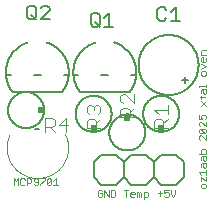
<source format=gto>
G75*
%MOIN*%
%OFA0B0*%
%FSLAX25Y25*%
%IPPOS*%
%LPD*%
%AMOC8*
5,1,8,0,0,1.08239X$1,22.5*
%
%ADD10C,0.00200*%
%ADD11C,0.00600*%
%ADD12R,0.02400X0.02300*%
%ADD13C,0.00400*%
%ADD14R,0.02300X0.02400*%
%ADD15C,0.00000*%
%ADD16C,0.00500*%
D10*
X0006431Y0008000D02*
X0006431Y0010202D01*
X0007165Y0009468D01*
X0007899Y0010202D01*
X0007899Y0008000D01*
X0008641Y0008367D02*
X0009008Y0008000D01*
X0009742Y0008000D01*
X0010109Y0008367D01*
X0010851Y0008734D02*
X0011951Y0008734D01*
X0012318Y0009101D01*
X0012318Y0009835D01*
X0011951Y0010202D01*
X0010851Y0010202D01*
X0010851Y0008000D01*
X0010109Y0009835D02*
X0009742Y0010202D01*
X0009008Y0010202D01*
X0008641Y0009835D01*
X0008641Y0008367D01*
X0013060Y0008367D02*
X0013427Y0008000D01*
X0014161Y0008000D01*
X0014528Y0008367D01*
X0014528Y0009835D01*
X0014161Y0010202D01*
X0013427Y0010202D01*
X0013060Y0009835D01*
X0013060Y0009468D01*
X0013427Y0009101D01*
X0014528Y0009101D01*
X0015270Y0008367D02*
X0015270Y0008000D01*
X0015270Y0008367D02*
X0016738Y0009835D01*
X0016738Y0010202D01*
X0015270Y0010202D01*
X0017480Y0009835D02*
X0017480Y0008367D01*
X0018948Y0009835D01*
X0018948Y0008367D01*
X0018581Y0008000D01*
X0017847Y0008000D01*
X0017480Y0008367D01*
X0017480Y0009835D02*
X0017847Y0010202D01*
X0018581Y0010202D01*
X0018948Y0009835D01*
X0019690Y0009468D02*
X0020424Y0010202D01*
X0020424Y0008000D01*
X0019690Y0008000D02*
X0021158Y0008000D01*
X0034400Y0005985D02*
X0034400Y0004517D01*
X0034767Y0004150D01*
X0035501Y0004150D01*
X0035868Y0004517D01*
X0035868Y0005251D01*
X0035134Y0005251D01*
X0035868Y0005985D02*
X0035501Y0006352D01*
X0034767Y0006352D01*
X0034400Y0005985D01*
X0036610Y0006352D02*
X0036610Y0004150D01*
X0038078Y0004150D02*
X0038078Y0006352D01*
X0038820Y0006352D02*
X0039921Y0006352D01*
X0040288Y0005985D01*
X0040288Y0004517D01*
X0039921Y0004150D01*
X0038820Y0004150D01*
X0038820Y0006352D01*
X0036610Y0006352D02*
X0038078Y0004150D01*
X0043150Y0006352D02*
X0044618Y0006352D01*
X0043884Y0006352D02*
X0043884Y0004150D01*
X0045360Y0004517D02*
X0045360Y0005251D01*
X0045727Y0005618D01*
X0046461Y0005618D01*
X0046828Y0005251D01*
X0046828Y0004884D01*
X0045360Y0004884D01*
X0045360Y0004517D02*
X0045727Y0004150D01*
X0046461Y0004150D01*
X0047570Y0004150D02*
X0047570Y0005618D01*
X0047937Y0005618D01*
X0048304Y0005251D01*
X0048671Y0005618D01*
X0049038Y0005251D01*
X0049038Y0004150D01*
X0048304Y0004150D02*
X0048304Y0005251D01*
X0049780Y0005618D02*
X0050881Y0005618D01*
X0051248Y0005251D01*
X0051248Y0004517D01*
X0050881Y0004150D01*
X0049780Y0004150D01*
X0049780Y0003416D02*
X0049780Y0005618D01*
X0054400Y0005251D02*
X0055868Y0005251D01*
X0056610Y0005251D02*
X0056610Y0006352D01*
X0058078Y0006352D01*
X0058820Y0006352D02*
X0058820Y0004884D01*
X0059554Y0004150D01*
X0060288Y0004884D01*
X0060288Y0006352D01*
X0058078Y0005251D02*
X0058078Y0004517D01*
X0057711Y0004150D01*
X0056977Y0004150D01*
X0056610Y0004517D01*
X0056610Y0005251D02*
X0057344Y0005618D01*
X0057711Y0005618D01*
X0058078Y0005251D01*
X0055134Y0005985D02*
X0055134Y0004517D01*
X0068148Y0012271D02*
X0070450Y0012271D01*
X0070450Y0011504D02*
X0070450Y0013039D01*
X0070066Y0013806D02*
X0069683Y0014190D01*
X0069683Y0015341D01*
X0069299Y0015341D02*
X0070450Y0015341D01*
X0070450Y0014190D01*
X0070066Y0013806D01*
X0068915Y0014190D02*
X0068915Y0014957D01*
X0069299Y0015341D01*
X0070066Y0016108D02*
X0069683Y0016491D01*
X0069683Y0017642D01*
X0069299Y0017642D02*
X0070450Y0017642D01*
X0070450Y0016491D01*
X0070066Y0016108D01*
X0068915Y0016491D02*
X0068915Y0017259D01*
X0069299Y0017642D01*
X0068915Y0018410D02*
X0068915Y0019561D01*
X0069299Y0019944D01*
X0070066Y0019944D01*
X0070450Y0019561D01*
X0070450Y0018410D01*
X0068148Y0018410D01*
X0068532Y0023014D02*
X0068148Y0023397D01*
X0068148Y0024165D01*
X0068532Y0024548D01*
X0068915Y0024548D01*
X0070450Y0023014D01*
X0070450Y0024548D01*
X0070066Y0025316D02*
X0068532Y0026850D01*
X0070066Y0026850D01*
X0070450Y0026467D01*
X0070450Y0025699D01*
X0070066Y0025316D01*
X0068532Y0025316D01*
X0068148Y0025699D01*
X0068148Y0026467D01*
X0068532Y0026850D01*
X0068532Y0027618D02*
X0068148Y0028001D01*
X0068148Y0028769D01*
X0068532Y0029152D01*
X0068915Y0029152D01*
X0070450Y0027618D01*
X0070450Y0029152D01*
X0070066Y0029920D02*
X0070450Y0030303D01*
X0070450Y0031071D01*
X0070066Y0031454D01*
X0069299Y0031454D01*
X0068915Y0031071D01*
X0068915Y0030687D01*
X0069299Y0029920D01*
X0068148Y0029920D01*
X0068148Y0031454D01*
X0068915Y0034523D02*
X0070450Y0036058D01*
X0070066Y0037209D02*
X0070450Y0037593D01*
X0070066Y0037209D02*
X0068532Y0037209D01*
X0068915Y0036825D02*
X0068915Y0037593D01*
X0068915Y0038744D02*
X0068915Y0039511D01*
X0069299Y0039895D01*
X0070450Y0039895D01*
X0070450Y0038744D01*
X0070066Y0038360D01*
X0069683Y0038744D01*
X0069683Y0039895D01*
X0070450Y0040662D02*
X0070450Y0041429D01*
X0070450Y0041046D02*
X0068148Y0041046D01*
X0068148Y0040662D01*
X0069299Y0044499D02*
X0070066Y0044499D01*
X0070450Y0044882D01*
X0070450Y0045650D01*
X0070066Y0046033D01*
X0069299Y0046033D01*
X0068915Y0045650D01*
X0068915Y0044882D01*
X0069299Y0044499D01*
X0068915Y0046801D02*
X0070450Y0047568D01*
X0068915Y0048335D01*
X0069299Y0049103D02*
X0068915Y0049486D01*
X0068915Y0050253D01*
X0069299Y0050637D01*
X0069683Y0050637D01*
X0069683Y0049103D01*
X0070066Y0049103D02*
X0069299Y0049103D01*
X0070066Y0049103D02*
X0070450Y0049486D01*
X0070450Y0050253D01*
X0070450Y0051404D02*
X0068915Y0051404D01*
X0068915Y0052555D01*
X0069299Y0052939D01*
X0070450Y0052939D01*
X0068915Y0036058D02*
X0070450Y0034523D01*
X0068148Y0012271D02*
X0068915Y0011504D01*
X0068915Y0010737D02*
X0070450Y0009202D01*
X0070450Y0010737D01*
X0068915Y0010737D02*
X0068915Y0009202D01*
X0069299Y0008435D02*
X0068915Y0008051D01*
X0068915Y0007284D01*
X0069299Y0006900D01*
X0070066Y0006900D01*
X0070450Y0007284D01*
X0070450Y0008051D01*
X0070066Y0008435D01*
X0069299Y0008435D01*
D11*
X0063050Y0010550D02*
X0060550Y0008050D01*
X0055550Y0008050D01*
X0053050Y0010550D01*
X0050550Y0008050D01*
X0045550Y0008050D01*
X0043050Y0010550D01*
X0040550Y0008050D01*
X0035550Y0008050D01*
X0033050Y0010550D01*
X0033050Y0015550D01*
X0035550Y0018050D01*
X0040550Y0018050D01*
X0043050Y0015550D01*
X0045550Y0018050D01*
X0050550Y0018050D01*
X0053050Y0015550D01*
X0055550Y0018050D01*
X0060550Y0018050D01*
X0063050Y0015550D01*
X0063050Y0010550D01*
X0053050Y0010550D02*
X0053050Y0015550D01*
X0043050Y0015550D02*
X0043050Y0010550D01*
X0038300Y0025550D02*
X0038302Y0025704D01*
X0038308Y0025859D01*
X0038318Y0026013D01*
X0038332Y0026167D01*
X0038350Y0026320D01*
X0038371Y0026473D01*
X0038397Y0026626D01*
X0038427Y0026777D01*
X0038460Y0026928D01*
X0038498Y0027078D01*
X0038539Y0027227D01*
X0038584Y0027375D01*
X0038633Y0027521D01*
X0038686Y0027667D01*
X0038742Y0027810D01*
X0038802Y0027953D01*
X0038866Y0028093D01*
X0038933Y0028233D01*
X0039004Y0028370D01*
X0039078Y0028505D01*
X0039156Y0028639D01*
X0039237Y0028770D01*
X0039322Y0028899D01*
X0039410Y0029027D01*
X0039501Y0029151D01*
X0039595Y0029274D01*
X0039693Y0029394D01*
X0039793Y0029511D01*
X0039897Y0029626D01*
X0040003Y0029738D01*
X0040112Y0029847D01*
X0040224Y0029953D01*
X0040339Y0030057D01*
X0040456Y0030157D01*
X0040576Y0030255D01*
X0040699Y0030349D01*
X0040823Y0030440D01*
X0040951Y0030528D01*
X0041080Y0030613D01*
X0041211Y0030694D01*
X0041345Y0030772D01*
X0041480Y0030846D01*
X0041617Y0030917D01*
X0041757Y0030984D01*
X0041897Y0031048D01*
X0042040Y0031108D01*
X0042183Y0031164D01*
X0042329Y0031217D01*
X0042475Y0031266D01*
X0042623Y0031311D01*
X0042772Y0031352D01*
X0042922Y0031390D01*
X0043073Y0031423D01*
X0043224Y0031453D01*
X0043377Y0031479D01*
X0043530Y0031500D01*
X0043683Y0031518D01*
X0043837Y0031532D01*
X0043991Y0031542D01*
X0044146Y0031548D01*
X0044300Y0031550D01*
X0044454Y0031548D01*
X0044609Y0031542D01*
X0044763Y0031532D01*
X0044917Y0031518D01*
X0045070Y0031500D01*
X0045223Y0031479D01*
X0045376Y0031453D01*
X0045527Y0031423D01*
X0045678Y0031390D01*
X0045828Y0031352D01*
X0045977Y0031311D01*
X0046125Y0031266D01*
X0046271Y0031217D01*
X0046417Y0031164D01*
X0046560Y0031108D01*
X0046703Y0031048D01*
X0046843Y0030984D01*
X0046983Y0030917D01*
X0047120Y0030846D01*
X0047255Y0030772D01*
X0047389Y0030694D01*
X0047520Y0030613D01*
X0047649Y0030528D01*
X0047777Y0030440D01*
X0047901Y0030349D01*
X0048024Y0030255D01*
X0048144Y0030157D01*
X0048261Y0030057D01*
X0048376Y0029953D01*
X0048488Y0029847D01*
X0048597Y0029738D01*
X0048703Y0029626D01*
X0048807Y0029511D01*
X0048907Y0029394D01*
X0049005Y0029274D01*
X0049099Y0029151D01*
X0049190Y0029027D01*
X0049278Y0028899D01*
X0049363Y0028770D01*
X0049444Y0028639D01*
X0049522Y0028505D01*
X0049596Y0028370D01*
X0049667Y0028233D01*
X0049734Y0028093D01*
X0049798Y0027953D01*
X0049858Y0027810D01*
X0049914Y0027667D01*
X0049967Y0027521D01*
X0050016Y0027375D01*
X0050061Y0027227D01*
X0050102Y0027078D01*
X0050140Y0026928D01*
X0050173Y0026777D01*
X0050203Y0026626D01*
X0050229Y0026473D01*
X0050250Y0026320D01*
X0050268Y0026167D01*
X0050282Y0026013D01*
X0050292Y0025859D01*
X0050298Y0025704D01*
X0050300Y0025550D01*
X0050298Y0025396D01*
X0050292Y0025241D01*
X0050282Y0025087D01*
X0050268Y0024933D01*
X0050250Y0024780D01*
X0050229Y0024627D01*
X0050203Y0024474D01*
X0050173Y0024323D01*
X0050140Y0024172D01*
X0050102Y0024022D01*
X0050061Y0023873D01*
X0050016Y0023725D01*
X0049967Y0023579D01*
X0049914Y0023433D01*
X0049858Y0023290D01*
X0049798Y0023147D01*
X0049734Y0023007D01*
X0049667Y0022867D01*
X0049596Y0022730D01*
X0049522Y0022595D01*
X0049444Y0022461D01*
X0049363Y0022330D01*
X0049278Y0022201D01*
X0049190Y0022073D01*
X0049099Y0021949D01*
X0049005Y0021826D01*
X0048907Y0021706D01*
X0048807Y0021589D01*
X0048703Y0021474D01*
X0048597Y0021362D01*
X0048488Y0021253D01*
X0048376Y0021147D01*
X0048261Y0021043D01*
X0048144Y0020943D01*
X0048024Y0020845D01*
X0047901Y0020751D01*
X0047777Y0020660D01*
X0047649Y0020572D01*
X0047520Y0020487D01*
X0047389Y0020406D01*
X0047255Y0020328D01*
X0047120Y0020254D01*
X0046983Y0020183D01*
X0046843Y0020116D01*
X0046703Y0020052D01*
X0046560Y0019992D01*
X0046417Y0019936D01*
X0046271Y0019883D01*
X0046125Y0019834D01*
X0045977Y0019789D01*
X0045828Y0019748D01*
X0045678Y0019710D01*
X0045527Y0019677D01*
X0045376Y0019647D01*
X0045223Y0019621D01*
X0045070Y0019600D01*
X0044917Y0019582D01*
X0044763Y0019568D01*
X0044609Y0019558D01*
X0044454Y0019552D01*
X0044300Y0019550D01*
X0044146Y0019552D01*
X0043991Y0019558D01*
X0043837Y0019568D01*
X0043683Y0019582D01*
X0043530Y0019600D01*
X0043377Y0019621D01*
X0043224Y0019647D01*
X0043073Y0019677D01*
X0042922Y0019710D01*
X0042772Y0019748D01*
X0042623Y0019789D01*
X0042475Y0019834D01*
X0042329Y0019883D01*
X0042183Y0019936D01*
X0042040Y0019992D01*
X0041897Y0020052D01*
X0041757Y0020116D01*
X0041617Y0020183D01*
X0041480Y0020254D01*
X0041345Y0020328D01*
X0041211Y0020406D01*
X0041080Y0020487D01*
X0040951Y0020572D01*
X0040823Y0020660D01*
X0040699Y0020751D01*
X0040576Y0020845D01*
X0040456Y0020943D01*
X0040339Y0021043D01*
X0040224Y0021147D01*
X0040112Y0021253D01*
X0040003Y0021362D01*
X0039897Y0021474D01*
X0039793Y0021589D01*
X0039693Y0021706D01*
X0039595Y0021826D01*
X0039501Y0021949D01*
X0039410Y0022073D01*
X0039322Y0022201D01*
X0039237Y0022330D01*
X0039156Y0022461D01*
X0039078Y0022595D01*
X0039004Y0022730D01*
X0038933Y0022867D01*
X0038866Y0023007D01*
X0038802Y0023147D01*
X0038742Y0023290D01*
X0038686Y0023433D01*
X0038633Y0023579D01*
X0038584Y0023725D01*
X0038539Y0023873D01*
X0038498Y0024022D01*
X0038460Y0024172D01*
X0038427Y0024323D01*
X0038397Y0024474D01*
X0038371Y0024627D01*
X0038350Y0024780D01*
X0038332Y0024933D01*
X0038318Y0025087D01*
X0038308Y0025241D01*
X0038302Y0025396D01*
X0038300Y0025550D01*
X0027050Y0031800D02*
X0027052Y0031954D01*
X0027058Y0032109D01*
X0027068Y0032263D01*
X0027082Y0032417D01*
X0027100Y0032570D01*
X0027121Y0032723D01*
X0027147Y0032876D01*
X0027177Y0033027D01*
X0027210Y0033178D01*
X0027248Y0033328D01*
X0027289Y0033477D01*
X0027334Y0033625D01*
X0027383Y0033771D01*
X0027436Y0033917D01*
X0027492Y0034060D01*
X0027552Y0034203D01*
X0027616Y0034343D01*
X0027683Y0034483D01*
X0027754Y0034620D01*
X0027828Y0034755D01*
X0027906Y0034889D01*
X0027987Y0035020D01*
X0028072Y0035149D01*
X0028160Y0035277D01*
X0028251Y0035401D01*
X0028345Y0035524D01*
X0028443Y0035644D01*
X0028543Y0035761D01*
X0028647Y0035876D01*
X0028753Y0035988D01*
X0028862Y0036097D01*
X0028974Y0036203D01*
X0029089Y0036307D01*
X0029206Y0036407D01*
X0029326Y0036505D01*
X0029449Y0036599D01*
X0029573Y0036690D01*
X0029701Y0036778D01*
X0029830Y0036863D01*
X0029961Y0036944D01*
X0030095Y0037022D01*
X0030230Y0037096D01*
X0030367Y0037167D01*
X0030507Y0037234D01*
X0030647Y0037298D01*
X0030790Y0037358D01*
X0030933Y0037414D01*
X0031079Y0037467D01*
X0031225Y0037516D01*
X0031373Y0037561D01*
X0031522Y0037602D01*
X0031672Y0037640D01*
X0031823Y0037673D01*
X0031974Y0037703D01*
X0032127Y0037729D01*
X0032280Y0037750D01*
X0032433Y0037768D01*
X0032587Y0037782D01*
X0032741Y0037792D01*
X0032896Y0037798D01*
X0033050Y0037800D01*
X0033204Y0037798D01*
X0033359Y0037792D01*
X0033513Y0037782D01*
X0033667Y0037768D01*
X0033820Y0037750D01*
X0033973Y0037729D01*
X0034126Y0037703D01*
X0034277Y0037673D01*
X0034428Y0037640D01*
X0034578Y0037602D01*
X0034727Y0037561D01*
X0034875Y0037516D01*
X0035021Y0037467D01*
X0035167Y0037414D01*
X0035310Y0037358D01*
X0035453Y0037298D01*
X0035593Y0037234D01*
X0035733Y0037167D01*
X0035870Y0037096D01*
X0036005Y0037022D01*
X0036139Y0036944D01*
X0036270Y0036863D01*
X0036399Y0036778D01*
X0036527Y0036690D01*
X0036651Y0036599D01*
X0036774Y0036505D01*
X0036894Y0036407D01*
X0037011Y0036307D01*
X0037126Y0036203D01*
X0037238Y0036097D01*
X0037347Y0035988D01*
X0037453Y0035876D01*
X0037557Y0035761D01*
X0037657Y0035644D01*
X0037755Y0035524D01*
X0037849Y0035401D01*
X0037940Y0035277D01*
X0038028Y0035149D01*
X0038113Y0035020D01*
X0038194Y0034889D01*
X0038272Y0034755D01*
X0038346Y0034620D01*
X0038417Y0034483D01*
X0038484Y0034343D01*
X0038548Y0034203D01*
X0038608Y0034060D01*
X0038664Y0033917D01*
X0038717Y0033771D01*
X0038766Y0033625D01*
X0038811Y0033477D01*
X0038852Y0033328D01*
X0038890Y0033178D01*
X0038923Y0033027D01*
X0038953Y0032876D01*
X0038979Y0032723D01*
X0039000Y0032570D01*
X0039018Y0032417D01*
X0039032Y0032263D01*
X0039042Y0032109D01*
X0039048Y0031954D01*
X0039050Y0031800D01*
X0039048Y0031646D01*
X0039042Y0031491D01*
X0039032Y0031337D01*
X0039018Y0031183D01*
X0039000Y0031030D01*
X0038979Y0030877D01*
X0038953Y0030724D01*
X0038923Y0030573D01*
X0038890Y0030422D01*
X0038852Y0030272D01*
X0038811Y0030123D01*
X0038766Y0029975D01*
X0038717Y0029829D01*
X0038664Y0029683D01*
X0038608Y0029540D01*
X0038548Y0029397D01*
X0038484Y0029257D01*
X0038417Y0029117D01*
X0038346Y0028980D01*
X0038272Y0028845D01*
X0038194Y0028711D01*
X0038113Y0028580D01*
X0038028Y0028451D01*
X0037940Y0028323D01*
X0037849Y0028199D01*
X0037755Y0028076D01*
X0037657Y0027956D01*
X0037557Y0027839D01*
X0037453Y0027724D01*
X0037347Y0027612D01*
X0037238Y0027503D01*
X0037126Y0027397D01*
X0037011Y0027293D01*
X0036894Y0027193D01*
X0036774Y0027095D01*
X0036651Y0027001D01*
X0036527Y0026910D01*
X0036399Y0026822D01*
X0036270Y0026737D01*
X0036139Y0026656D01*
X0036005Y0026578D01*
X0035870Y0026504D01*
X0035733Y0026433D01*
X0035593Y0026366D01*
X0035453Y0026302D01*
X0035310Y0026242D01*
X0035167Y0026186D01*
X0035021Y0026133D01*
X0034875Y0026084D01*
X0034727Y0026039D01*
X0034578Y0025998D01*
X0034428Y0025960D01*
X0034277Y0025927D01*
X0034126Y0025897D01*
X0033973Y0025871D01*
X0033820Y0025850D01*
X0033667Y0025832D01*
X0033513Y0025818D01*
X0033359Y0025808D01*
X0033204Y0025802D01*
X0033050Y0025800D01*
X0032896Y0025802D01*
X0032741Y0025808D01*
X0032587Y0025818D01*
X0032433Y0025832D01*
X0032280Y0025850D01*
X0032127Y0025871D01*
X0031974Y0025897D01*
X0031823Y0025927D01*
X0031672Y0025960D01*
X0031522Y0025998D01*
X0031373Y0026039D01*
X0031225Y0026084D01*
X0031079Y0026133D01*
X0030933Y0026186D01*
X0030790Y0026242D01*
X0030647Y0026302D01*
X0030507Y0026366D01*
X0030367Y0026433D01*
X0030230Y0026504D01*
X0030095Y0026578D01*
X0029961Y0026656D01*
X0029830Y0026737D01*
X0029701Y0026822D01*
X0029573Y0026910D01*
X0029449Y0027001D01*
X0029326Y0027095D01*
X0029206Y0027193D01*
X0029089Y0027293D01*
X0028974Y0027397D01*
X0028862Y0027503D01*
X0028753Y0027612D01*
X0028647Y0027724D01*
X0028543Y0027839D01*
X0028443Y0027956D01*
X0028345Y0028076D01*
X0028251Y0028199D01*
X0028160Y0028323D01*
X0028072Y0028451D01*
X0027987Y0028580D01*
X0027906Y0028711D01*
X0027828Y0028845D01*
X0027754Y0028980D01*
X0027683Y0029117D01*
X0027616Y0029257D01*
X0027552Y0029397D01*
X0027492Y0029540D01*
X0027436Y0029683D01*
X0027383Y0029829D01*
X0027334Y0029975D01*
X0027289Y0030123D01*
X0027248Y0030272D01*
X0027210Y0030422D01*
X0027177Y0030573D01*
X0027147Y0030724D01*
X0027121Y0030877D01*
X0027100Y0031030D01*
X0027082Y0031183D01*
X0027068Y0031337D01*
X0027058Y0031491D01*
X0027052Y0031646D01*
X0027050Y0031800D01*
X0015000Y0026750D02*
X0013400Y0026750D01*
X0004550Y0033050D02*
X0004552Y0033204D01*
X0004558Y0033359D01*
X0004568Y0033513D01*
X0004582Y0033667D01*
X0004600Y0033820D01*
X0004621Y0033973D01*
X0004647Y0034126D01*
X0004677Y0034277D01*
X0004710Y0034428D01*
X0004748Y0034578D01*
X0004789Y0034727D01*
X0004834Y0034875D01*
X0004883Y0035021D01*
X0004936Y0035167D01*
X0004992Y0035310D01*
X0005052Y0035453D01*
X0005116Y0035593D01*
X0005183Y0035733D01*
X0005254Y0035870D01*
X0005328Y0036005D01*
X0005406Y0036139D01*
X0005487Y0036270D01*
X0005572Y0036399D01*
X0005660Y0036527D01*
X0005751Y0036651D01*
X0005845Y0036774D01*
X0005943Y0036894D01*
X0006043Y0037011D01*
X0006147Y0037126D01*
X0006253Y0037238D01*
X0006362Y0037347D01*
X0006474Y0037453D01*
X0006589Y0037557D01*
X0006706Y0037657D01*
X0006826Y0037755D01*
X0006949Y0037849D01*
X0007073Y0037940D01*
X0007201Y0038028D01*
X0007330Y0038113D01*
X0007461Y0038194D01*
X0007595Y0038272D01*
X0007730Y0038346D01*
X0007867Y0038417D01*
X0008007Y0038484D01*
X0008147Y0038548D01*
X0008290Y0038608D01*
X0008433Y0038664D01*
X0008579Y0038717D01*
X0008725Y0038766D01*
X0008873Y0038811D01*
X0009022Y0038852D01*
X0009172Y0038890D01*
X0009323Y0038923D01*
X0009474Y0038953D01*
X0009627Y0038979D01*
X0009780Y0039000D01*
X0009933Y0039018D01*
X0010087Y0039032D01*
X0010241Y0039042D01*
X0010396Y0039048D01*
X0010550Y0039050D01*
X0010704Y0039048D01*
X0010859Y0039042D01*
X0011013Y0039032D01*
X0011167Y0039018D01*
X0011320Y0039000D01*
X0011473Y0038979D01*
X0011626Y0038953D01*
X0011777Y0038923D01*
X0011928Y0038890D01*
X0012078Y0038852D01*
X0012227Y0038811D01*
X0012375Y0038766D01*
X0012521Y0038717D01*
X0012667Y0038664D01*
X0012810Y0038608D01*
X0012953Y0038548D01*
X0013093Y0038484D01*
X0013233Y0038417D01*
X0013370Y0038346D01*
X0013505Y0038272D01*
X0013639Y0038194D01*
X0013770Y0038113D01*
X0013899Y0038028D01*
X0014027Y0037940D01*
X0014151Y0037849D01*
X0014274Y0037755D01*
X0014394Y0037657D01*
X0014511Y0037557D01*
X0014626Y0037453D01*
X0014738Y0037347D01*
X0014847Y0037238D01*
X0014953Y0037126D01*
X0015057Y0037011D01*
X0015157Y0036894D01*
X0015255Y0036774D01*
X0015349Y0036651D01*
X0015440Y0036527D01*
X0015528Y0036399D01*
X0015613Y0036270D01*
X0015694Y0036139D01*
X0015772Y0036005D01*
X0015846Y0035870D01*
X0015917Y0035733D01*
X0015984Y0035593D01*
X0016048Y0035453D01*
X0016108Y0035310D01*
X0016164Y0035167D01*
X0016217Y0035021D01*
X0016266Y0034875D01*
X0016311Y0034727D01*
X0016352Y0034578D01*
X0016390Y0034428D01*
X0016423Y0034277D01*
X0016453Y0034126D01*
X0016479Y0033973D01*
X0016500Y0033820D01*
X0016518Y0033667D01*
X0016532Y0033513D01*
X0016542Y0033359D01*
X0016548Y0033204D01*
X0016550Y0033050D01*
X0016548Y0032896D01*
X0016542Y0032741D01*
X0016532Y0032587D01*
X0016518Y0032433D01*
X0016500Y0032280D01*
X0016479Y0032127D01*
X0016453Y0031974D01*
X0016423Y0031823D01*
X0016390Y0031672D01*
X0016352Y0031522D01*
X0016311Y0031373D01*
X0016266Y0031225D01*
X0016217Y0031079D01*
X0016164Y0030933D01*
X0016108Y0030790D01*
X0016048Y0030647D01*
X0015984Y0030507D01*
X0015917Y0030367D01*
X0015846Y0030230D01*
X0015772Y0030095D01*
X0015694Y0029961D01*
X0015613Y0029830D01*
X0015528Y0029701D01*
X0015440Y0029573D01*
X0015349Y0029449D01*
X0015255Y0029326D01*
X0015157Y0029206D01*
X0015057Y0029089D01*
X0014953Y0028974D01*
X0014847Y0028862D01*
X0014738Y0028753D01*
X0014626Y0028647D01*
X0014511Y0028543D01*
X0014394Y0028443D01*
X0014274Y0028345D01*
X0014151Y0028251D01*
X0014027Y0028160D01*
X0013899Y0028072D01*
X0013770Y0027987D01*
X0013639Y0027906D01*
X0013505Y0027828D01*
X0013370Y0027754D01*
X0013233Y0027683D01*
X0013093Y0027616D01*
X0012953Y0027552D01*
X0012810Y0027492D01*
X0012667Y0027436D01*
X0012521Y0027383D01*
X0012375Y0027334D01*
X0012227Y0027289D01*
X0012078Y0027248D01*
X0011928Y0027210D01*
X0011777Y0027177D01*
X0011626Y0027147D01*
X0011473Y0027121D01*
X0011320Y0027100D01*
X0011167Y0027082D01*
X0011013Y0027068D01*
X0010859Y0027058D01*
X0010704Y0027052D01*
X0010550Y0027050D01*
X0010396Y0027052D01*
X0010241Y0027058D01*
X0010087Y0027068D01*
X0009933Y0027082D01*
X0009780Y0027100D01*
X0009627Y0027121D01*
X0009474Y0027147D01*
X0009323Y0027177D01*
X0009172Y0027210D01*
X0009022Y0027248D01*
X0008873Y0027289D01*
X0008725Y0027334D01*
X0008579Y0027383D01*
X0008433Y0027436D01*
X0008290Y0027492D01*
X0008147Y0027552D01*
X0008007Y0027616D01*
X0007867Y0027683D01*
X0007730Y0027754D01*
X0007595Y0027828D01*
X0007461Y0027906D01*
X0007330Y0027987D01*
X0007201Y0028072D01*
X0007073Y0028160D01*
X0006949Y0028251D01*
X0006826Y0028345D01*
X0006706Y0028443D01*
X0006589Y0028543D01*
X0006474Y0028647D01*
X0006362Y0028753D01*
X0006253Y0028862D01*
X0006147Y0028974D01*
X0006043Y0029089D01*
X0005943Y0029206D01*
X0005845Y0029326D01*
X0005751Y0029449D01*
X0005660Y0029573D01*
X0005572Y0029701D01*
X0005487Y0029830D01*
X0005406Y0029961D01*
X0005328Y0030095D01*
X0005254Y0030230D01*
X0005183Y0030367D01*
X0005116Y0030507D01*
X0005052Y0030647D01*
X0004992Y0030790D01*
X0004936Y0030933D01*
X0004883Y0031079D01*
X0004834Y0031225D01*
X0004789Y0031373D01*
X0004748Y0031522D01*
X0004710Y0031672D01*
X0004677Y0031823D01*
X0004647Y0031974D01*
X0004621Y0032127D01*
X0004600Y0032280D01*
X0004582Y0032433D01*
X0004568Y0032587D01*
X0004558Y0032741D01*
X0004552Y0032896D01*
X0004550Y0033050D01*
X0054350Y0063584D02*
X0055084Y0062850D01*
X0056552Y0062850D01*
X0057286Y0063584D01*
X0058954Y0062850D02*
X0061890Y0062850D01*
X0060422Y0062850D02*
X0060422Y0067254D01*
X0058954Y0065786D01*
X0057286Y0066520D02*
X0056552Y0067254D01*
X0055084Y0067254D01*
X0054350Y0066520D01*
X0054350Y0063584D01*
X0049550Y0031800D02*
X0049552Y0031954D01*
X0049558Y0032109D01*
X0049568Y0032263D01*
X0049582Y0032417D01*
X0049600Y0032570D01*
X0049621Y0032723D01*
X0049647Y0032876D01*
X0049677Y0033027D01*
X0049710Y0033178D01*
X0049748Y0033328D01*
X0049789Y0033477D01*
X0049834Y0033625D01*
X0049883Y0033771D01*
X0049936Y0033917D01*
X0049992Y0034060D01*
X0050052Y0034203D01*
X0050116Y0034343D01*
X0050183Y0034483D01*
X0050254Y0034620D01*
X0050328Y0034755D01*
X0050406Y0034889D01*
X0050487Y0035020D01*
X0050572Y0035149D01*
X0050660Y0035277D01*
X0050751Y0035401D01*
X0050845Y0035524D01*
X0050943Y0035644D01*
X0051043Y0035761D01*
X0051147Y0035876D01*
X0051253Y0035988D01*
X0051362Y0036097D01*
X0051474Y0036203D01*
X0051589Y0036307D01*
X0051706Y0036407D01*
X0051826Y0036505D01*
X0051949Y0036599D01*
X0052073Y0036690D01*
X0052201Y0036778D01*
X0052330Y0036863D01*
X0052461Y0036944D01*
X0052595Y0037022D01*
X0052730Y0037096D01*
X0052867Y0037167D01*
X0053007Y0037234D01*
X0053147Y0037298D01*
X0053290Y0037358D01*
X0053433Y0037414D01*
X0053579Y0037467D01*
X0053725Y0037516D01*
X0053873Y0037561D01*
X0054022Y0037602D01*
X0054172Y0037640D01*
X0054323Y0037673D01*
X0054474Y0037703D01*
X0054627Y0037729D01*
X0054780Y0037750D01*
X0054933Y0037768D01*
X0055087Y0037782D01*
X0055241Y0037792D01*
X0055396Y0037798D01*
X0055550Y0037800D01*
X0055704Y0037798D01*
X0055859Y0037792D01*
X0056013Y0037782D01*
X0056167Y0037768D01*
X0056320Y0037750D01*
X0056473Y0037729D01*
X0056626Y0037703D01*
X0056777Y0037673D01*
X0056928Y0037640D01*
X0057078Y0037602D01*
X0057227Y0037561D01*
X0057375Y0037516D01*
X0057521Y0037467D01*
X0057667Y0037414D01*
X0057810Y0037358D01*
X0057953Y0037298D01*
X0058093Y0037234D01*
X0058233Y0037167D01*
X0058370Y0037096D01*
X0058505Y0037022D01*
X0058639Y0036944D01*
X0058770Y0036863D01*
X0058899Y0036778D01*
X0059027Y0036690D01*
X0059151Y0036599D01*
X0059274Y0036505D01*
X0059394Y0036407D01*
X0059511Y0036307D01*
X0059626Y0036203D01*
X0059738Y0036097D01*
X0059847Y0035988D01*
X0059953Y0035876D01*
X0060057Y0035761D01*
X0060157Y0035644D01*
X0060255Y0035524D01*
X0060349Y0035401D01*
X0060440Y0035277D01*
X0060528Y0035149D01*
X0060613Y0035020D01*
X0060694Y0034889D01*
X0060772Y0034755D01*
X0060846Y0034620D01*
X0060917Y0034483D01*
X0060984Y0034343D01*
X0061048Y0034203D01*
X0061108Y0034060D01*
X0061164Y0033917D01*
X0061217Y0033771D01*
X0061266Y0033625D01*
X0061311Y0033477D01*
X0061352Y0033328D01*
X0061390Y0033178D01*
X0061423Y0033027D01*
X0061453Y0032876D01*
X0061479Y0032723D01*
X0061500Y0032570D01*
X0061518Y0032417D01*
X0061532Y0032263D01*
X0061542Y0032109D01*
X0061548Y0031954D01*
X0061550Y0031800D01*
X0061548Y0031646D01*
X0061542Y0031491D01*
X0061532Y0031337D01*
X0061518Y0031183D01*
X0061500Y0031030D01*
X0061479Y0030877D01*
X0061453Y0030724D01*
X0061423Y0030573D01*
X0061390Y0030422D01*
X0061352Y0030272D01*
X0061311Y0030123D01*
X0061266Y0029975D01*
X0061217Y0029829D01*
X0061164Y0029683D01*
X0061108Y0029540D01*
X0061048Y0029397D01*
X0060984Y0029257D01*
X0060917Y0029117D01*
X0060846Y0028980D01*
X0060772Y0028845D01*
X0060694Y0028711D01*
X0060613Y0028580D01*
X0060528Y0028451D01*
X0060440Y0028323D01*
X0060349Y0028199D01*
X0060255Y0028076D01*
X0060157Y0027956D01*
X0060057Y0027839D01*
X0059953Y0027724D01*
X0059847Y0027612D01*
X0059738Y0027503D01*
X0059626Y0027397D01*
X0059511Y0027293D01*
X0059394Y0027193D01*
X0059274Y0027095D01*
X0059151Y0027001D01*
X0059027Y0026910D01*
X0058899Y0026822D01*
X0058770Y0026737D01*
X0058639Y0026656D01*
X0058505Y0026578D01*
X0058370Y0026504D01*
X0058233Y0026433D01*
X0058093Y0026366D01*
X0057953Y0026302D01*
X0057810Y0026242D01*
X0057667Y0026186D01*
X0057521Y0026133D01*
X0057375Y0026084D01*
X0057227Y0026039D01*
X0057078Y0025998D01*
X0056928Y0025960D01*
X0056777Y0025927D01*
X0056626Y0025897D01*
X0056473Y0025871D01*
X0056320Y0025850D01*
X0056167Y0025832D01*
X0056013Y0025818D01*
X0055859Y0025808D01*
X0055704Y0025802D01*
X0055550Y0025800D01*
X0055396Y0025802D01*
X0055241Y0025808D01*
X0055087Y0025818D01*
X0054933Y0025832D01*
X0054780Y0025850D01*
X0054627Y0025871D01*
X0054474Y0025897D01*
X0054323Y0025927D01*
X0054172Y0025960D01*
X0054022Y0025998D01*
X0053873Y0026039D01*
X0053725Y0026084D01*
X0053579Y0026133D01*
X0053433Y0026186D01*
X0053290Y0026242D01*
X0053147Y0026302D01*
X0053007Y0026366D01*
X0052867Y0026433D01*
X0052730Y0026504D01*
X0052595Y0026578D01*
X0052461Y0026656D01*
X0052330Y0026737D01*
X0052201Y0026822D01*
X0052073Y0026910D01*
X0051949Y0027001D01*
X0051826Y0027095D01*
X0051706Y0027193D01*
X0051589Y0027293D01*
X0051474Y0027397D01*
X0051362Y0027503D01*
X0051253Y0027612D01*
X0051147Y0027724D01*
X0051043Y0027839D01*
X0050943Y0027956D01*
X0050845Y0028076D01*
X0050751Y0028199D01*
X0050660Y0028323D01*
X0050572Y0028451D01*
X0050487Y0028580D01*
X0050406Y0028711D01*
X0050328Y0028845D01*
X0050254Y0028980D01*
X0050183Y0029117D01*
X0050116Y0029257D01*
X0050052Y0029397D01*
X0049992Y0029540D01*
X0049936Y0029683D01*
X0049883Y0029829D01*
X0049834Y0029975D01*
X0049789Y0030123D01*
X0049748Y0030272D01*
X0049710Y0030422D01*
X0049677Y0030573D01*
X0049647Y0030724D01*
X0049621Y0030877D01*
X0049600Y0031030D01*
X0049582Y0031183D01*
X0049568Y0031337D01*
X0049558Y0031491D01*
X0049552Y0031646D01*
X0049550Y0031800D01*
D12*
X0044300Y0030400D03*
X0055550Y0026950D03*
X0033050Y0026950D03*
D13*
X0033815Y0027000D02*
X0033815Y0029302D01*
X0033048Y0030069D01*
X0031513Y0030069D01*
X0030746Y0029302D01*
X0030746Y0027000D01*
X0035350Y0027000D01*
X0033815Y0028535D02*
X0035350Y0030069D01*
X0034583Y0031604D02*
X0035350Y0032371D01*
X0035350Y0033906D01*
X0034583Y0034673D01*
X0033815Y0034673D01*
X0033048Y0033906D01*
X0033048Y0033139D01*
X0033048Y0033906D02*
X0032281Y0034673D01*
X0031513Y0034673D01*
X0030746Y0033906D01*
X0030746Y0032371D01*
X0031513Y0031604D01*
X0024673Y0028052D02*
X0021604Y0028052D01*
X0023906Y0030354D01*
X0023906Y0025750D01*
X0020069Y0025750D02*
X0018535Y0027285D01*
X0019302Y0027285D02*
X0017000Y0027285D01*
X0017000Y0025750D02*
X0017000Y0030354D01*
X0019302Y0030354D01*
X0020069Y0029587D01*
X0020069Y0028052D01*
X0019302Y0027285D01*
X0041996Y0030750D02*
X0041996Y0033052D01*
X0042763Y0033819D01*
X0044298Y0033819D01*
X0045065Y0033052D01*
X0045065Y0030750D01*
X0045065Y0032285D02*
X0046600Y0033819D01*
X0046600Y0035354D02*
X0043531Y0038423D01*
X0042763Y0038423D01*
X0041996Y0037656D01*
X0041996Y0036121D01*
X0042763Y0035354D01*
X0046600Y0035354D02*
X0046600Y0038423D01*
X0053246Y0033139D02*
X0057850Y0033139D01*
X0057850Y0034673D02*
X0057850Y0031604D01*
X0057850Y0030069D02*
X0056315Y0028535D01*
X0056315Y0029302D02*
X0056315Y0027000D01*
X0057850Y0027000D02*
X0053246Y0027000D01*
X0053246Y0029302D01*
X0054013Y0030069D01*
X0055548Y0030069D01*
X0056315Y0029302D01*
X0054781Y0031604D02*
X0053246Y0033139D01*
X0046600Y0030750D02*
X0041996Y0030750D01*
D14*
X0015400Y0033050D03*
D15*
X0023600Y0024950D02*
X0023705Y0024721D01*
X0023803Y0024491D01*
X0023896Y0024257D01*
X0023983Y0024022D01*
X0024064Y0023785D01*
X0024140Y0023546D01*
X0024209Y0023304D01*
X0024273Y0023062D01*
X0024330Y0022818D01*
X0024382Y0022572D01*
X0024428Y0022325D01*
X0024467Y0022078D01*
X0024501Y0021829D01*
X0024528Y0021580D01*
X0024549Y0021330D01*
X0024564Y0021079D01*
X0024573Y0020828D01*
X0024576Y0020578D01*
X0024573Y0020327D01*
X0024563Y0020076D01*
X0024548Y0019826D01*
X0024526Y0019576D01*
X0024498Y0019326D01*
X0024464Y0019078D01*
X0024424Y0018830D01*
X0024378Y0018583D01*
X0024326Y0018338D01*
X0024268Y0018094D01*
X0024203Y0017851D01*
X0024133Y0017610D01*
X0024058Y0017371D01*
X0023976Y0017134D01*
X0023888Y0016899D01*
X0023795Y0016666D01*
X0023696Y0016436D01*
X0023592Y0016207D01*
X0023481Y0015982D01*
X0023366Y0015759D01*
X0023245Y0015540D01*
X0023118Y0015323D01*
X0022987Y0015109D01*
X0022850Y0014899D01*
X0022708Y0014692D01*
X0022561Y0014489D01*
X0022409Y0014289D01*
X0022252Y0014093D01*
X0022091Y0013901D01*
X0021925Y0013713D01*
X0021754Y0013529D01*
X0021579Y0013350D01*
X0021399Y0013175D01*
X0021215Y0013004D01*
X0021027Y0012838D01*
X0020835Y0012676D01*
X0020640Y0012519D01*
X0020440Y0012367D01*
X0020237Y0012220D01*
X0020030Y0012078D01*
X0019820Y0011941D01*
X0019606Y0011809D01*
X0019389Y0011683D01*
X0019170Y0011562D01*
X0018947Y0011446D01*
X0018722Y0011336D01*
X0018494Y0011231D01*
X0018263Y0011132D01*
X0018030Y0011039D01*
X0017795Y0010951D01*
X0017558Y0010870D01*
X0017319Y0010794D01*
X0017078Y0010723D01*
X0016836Y0010659D01*
X0016591Y0010601D01*
X0016346Y0010549D01*
X0016099Y0010503D01*
X0015852Y0010463D01*
X0015603Y0010428D01*
X0015354Y0010401D01*
X0015104Y0010379D01*
X0014854Y0010363D01*
X0014603Y0010353D01*
X0014352Y0010350D01*
X0014101Y0010353D01*
X0013850Y0010362D01*
X0013600Y0010377D01*
X0013350Y0010398D01*
X0013101Y0010425D01*
X0012852Y0010458D01*
X0012604Y0010498D01*
X0012357Y0010543D01*
X0012112Y0010595D01*
X0011868Y0010653D01*
X0011625Y0010716D01*
X0011384Y0010785D01*
X0011145Y0010861D01*
X0010907Y0010942D01*
X0010672Y0011029D01*
X0010439Y0011122D01*
X0010208Y0011220D01*
X0009980Y0011324D01*
X0009754Y0011434D01*
X0009531Y0011549D01*
X0009311Y0011669D01*
X0009094Y0011795D01*
X0008880Y0011926D01*
X0008669Y0012063D01*
X0008462Y0012204D01*
X0008258Y0012351D01*
X0008058Y0012502D01*
X0007862Y0012658D01*
X0007670Y0012819D01*
X0007481Y0012985D01*
X0007297Y0013155D01*
X0007117Y0013330D01*
X0006942Y0013509D01*
X0006770Y0013693D01*
X0006604Y0013880D01*
X0006442Y0014072D01*
X0006284Y0014267D01*
X0006132Y0014466D01*
X0005984Y0014669D01*
X0005842Y0014876D01*
X0005704Y0015086D01*
X0005572Y0015299D01*
X0005445Y0015515D01*
X0005323Y0015735D01*
X0005207Y0015957D01*
X0005097Y0016182D01*
X0004991Y0016410D01*
X0004892Y0016640D01*
X0004798Y0016873D01*
X0004710Y0017108D01*
X0004627Y0017345D01*
X0004551Y0017584D01*
X0004480Y0017824D01*
X0004415Y0018067D01*
X0004356Y0018311D01*
X0004304Y0018556D01*
X0004257Y0018802D01*
X0004216Y0019050D01*
X0004182Y0019298D01*
X0004153Y0019548D01*
X0004131Y0019798D01*
X0004114Y0020048D01*
X0004104Y0020299D01*
X0004100Y0020550D01*
X0004103Y0020808D01*
X0004113Y0021066D01*
X0004129Y0021324D01*
X0004151Y0021581D01*
X0004179Y0021838D01*
X0004213Y0022094D01*
X0004254Y0022349D01*
X0004301Y0022602D01*
X0004354Y0022855D01*
X0004413Y0023106D01*
X0004478Y0023356D01*
X0004549Y0023604D01*
X0004626Y0023851D01*
X0004709Y0024095D01*
X0004798Y0024337D01*
X0004893Y0024577D01*
X0004994Y0024815D01*
X0005100Y0025050D01*
D16*
X0006054Y0039050D02*
X0022546Y0039050D01*
X0023173Y0044550D02*
X0024752Y0044550D01*
X0026348Y0044550D02*
X0027927Y0044550D01*
X0028554Y0039050D02*
X0045046Y0039050D01*
X0045673Y0044550D02*
X0047252Y0044550D01*
X0037927Y0044550D02*
X0035673Y0044550D01*
X0028554Y0039050D02*
X0028401Y0039249D01*
X0028253Y0039451D01*
X0028110Y0039656D01*
X0027972Y0039865D01*
X0027839Y0040077D01*
X0027711Y0040292D01*
X0027589Y0040510D01*
X0027471Y0040731D01*
X0027359Y0040955D01*
X0027252Y0041181D01*
X0027151Y0041410D01*
X0027055Y0041641D01*
X0026964Y0041875D01*
X0026879Y0042110D01*
X0026800Y0042348D01*
X0026727Y0042587D01*
X0026659Y0042828D01*
X0026597Y0043070D01*
X0026541Y0043314D01*
X0026490Y0043560D01*
X0026446Y0043806D01*
X0026407Y0044053D01*
X0026375Y0044301D01*
X0026348Y0044550D01*
X0026326Y0044805D01*
X0026311Y0045061D01*
X0026303Y0045317D01*
X0026300Y0045574D01*
X0026304Y0045830D01*
X0026314Y0046086D01*
X0026330Y0046342D01*
X0026352Y0046597D01*
X0026381Y0046852D01*
X0026416Y0047106D01*
X0026457Y0047359D01*
X0026504Y0047611D01*
X0026558Y0047861D01*
X0026617Y0048110D01*
X0026683Y0048358D01*
X0026754Y0048604D01*
X0026832Y0048849D01*
X0026915Y0049091D01*
X0027004Y0049331D01*
X0027100Y0049569D01*
X0027201Y0049805D01*
X0027307Y0050038D01*
X0027420Y0050268D01*
X0027538Y0050496D01*
X0027661Y0050720D01*
X0027790Y0050942D01*
X0027924Y0051160D01*
X0028064Y0051375D01*
X0028209Y0051586D01*
X0028359Y0051794D01*
X0028513Y0051998D01*
X0028673Y0052199D01*
X0028838Y0052395D01*
X0029007Y0052587D01*
X0029182Y0052776D01*
X0029360Y0052959D01*
X0029543Y0053139D01*
X0029731Y0053314D01*
X0029922Y0053484D01*
X0030118Y0053649D01*
X0030318Y0053810D01*
X0030521Y0053966D01*
X0030728Y0054116D01*
X0030939Y0054262D01*
X0031154Y0054403D01*
X0031371Y0054538D01*
X0031592Y0054668D01*
X0031816Y0054792D01*
X0032043Y0054911D01*
X0032273Y0055024D01*
X0032506Y0055132D01*
X0032741Y0055234D01*
X0032979Y0055330D01*
X0033218Y0055420D01*
X0033460Y0055505D01*
X0033704Y0055583D01*
X0034302Y0060800D02*
X0032801Y0060800D01*
X0032050Y0061551D01*
X0032050Y0064553D01*
X0032801Y0065304D01*
X0034302Y0065304D01*
X0035053Y0064553D01*
X0035053Y0061551D01*
X0034302Y0060800D01*
X0035053Y0060800D02*
X0033551Y0062301D01*
X0036654Y0060800D02*
X0039656Y0060800D01*
X0038155Y0060800D02*
X0038155Y0065304D01*
X0036654Y0063803D01*
X0018406Y0063300D02*
X0015404Y0063300D01*
X0018406Y0066303D01*
X0018406Y0067053D01*
X0017656Y0067804D01*
X0016155Y0067804D01*
X0015404Y0067053D01*
X0013803Y0067053D02*
X0013803Y0064051D01*
X0013052Y0063300D01*
X0011551Y0063300D01*
X0010800Y0064051D01*
X0010800Y0067053D01*
X0011551Y0067804D01*
X0013052Y0067804D01*
X0013803Y0067053D01*
X0012301Y0064801D02*
X0013803Y0063300D01*
X0011204Y0055583D02*
X0010960Y0055505D01*
X0010718Y0055420D01*
X0010479Y0055330D01*
X0010241Y0055234D01*
X0010006Y0055132D01*
X0009773Y0055024D01*
X0009543Y0054911D01*
X0009316Y0054792D01*
X0009092Y0054668D01*
X0008871Y0054538D01*
X0008654Y0054403D01*
X0008439Y0054262D01*
X0008228Y0054116D01*
X0008021Y0053966D01*
X0007818Y0053810D01*
X0007618Y0053649D01*
X0007422Y0053484D01*
X0007231Y0053314D01*
X0007043Y0053139D01*
X0006860Y0052959D01*
X0006682Y0052776D01*
X0006507Y0052587D01*
X0006338Y0052395D01*
X0006173Y0052199D01*
X0006013Y0051998D01*
X0005859Y0051794D01*
X0005709Y0051586D01*
X0005564Y0051375D01*
X0005424Y0051160D01*
X0005290Y0050942D01*
X0005161Y0050720D01*
X0005038Y0050496D01*
X0004920Y0050268D01*
X0004807Y0050038D01*
X0004701Y0049805D01*
X0004600Y0049569D01*
X0004504Y0049331D01*
X0004415Y0049091D01*
X0004332Y0048849D01*
X0004254Y0048604D01*
X0004183Y0048358D01*
X0004117Y0048110D01*
X0004058Y0047861D01*
X0004004Y0047611D01*
X0003957Y0047359D01*
X0003916Y0047106D01*
X0003881Y0046852D01*
X0003852Y0046597D01*
X0003830Y0046342D01*
X0003814Y0046086D01*
X0003804Y0045830D01*
X0003800Y0045574D01*
X0003803Y0045317D01*
X0003811Y0045061D01*
X0003826Y0044805D01*
X0003848Y0044550D01*
X0005427Y0044550D01*
X0013173Y0044550D02*
X0015427Y0044550D01*
X0006054Y0039050D02*
X0005901Y0039249D01*
X0005753Y0039451D01*
X0005610Y0039656D01*
X0005472Y0039865D01*
X0005339Y0040077D01*
X0005211Y0040292D01*
X0005089Y0040510D01*
X0004971Y0040731D01*
X0004859Y0040955D01*
X0004752Y0041181D01*
X0004651Y0041410D01*
X0004555Y0041641D01*
X0004464Y0041875D01*
X0004379Y0042110D01*
X0004300Y0042348D01*
X0004227Y0042587D01*
X0004159Y0042828D01*
X0004097Y0043070D01*
X0004041Y0043314D01*
X0003990Y0043560D01*
X0003946Y0043806D01*
X0003907Y0044053D01*
X0003875Y0044301D01*
X0003848Y0044550D01*
X0017396Y0055583D02*
X0017638Y0055505D01*
X0017878Y0055421D01*
X0018116Y0055332D01*
X0018352Y0055237D01*
X0018586Y0055135D01*
X0018817Y0055029D01*
X0019045Y0054916D01*
X0019271Y0054799D01*
X0019494Y0054676D01*
X0019713Y0054547D01*
X0019930Y0054413D01*
X0020143Y0054274D01*
X0020353Y0054130D01*
X0020559Y0053981D01*
X0020761Y0053827D01*
X0020960Y0053668D01*
X0021155Y0053504D01*
X0021346Y0053335D01*
X0021532Y0053162D01*
X0021715Y0052985D01*
X0021893Y0052803D01*
X0022066Y0052617D01*
X0022235Y0052426D01*
X0022399Y0052232D01*
X0022559Y0052034D01*
X0022714Y0051832D01*
X0022863Y0051626D01*
X0023008Y0051417D01*
X0023148Y0051204D01*
X0023282Y0050988D01*
X0023411Y0050768D01*
X0023535Y0050546D01*
X0023654Y0050321D01*
X0023766Y0050093D01*
X0023874Y0049862D01*
X0023975Y0049629D01*
X0024071Y0049393D01*
X0024162Y0049155D01*
X0024246Y0048915D01*
X0024325Y0048673D01*
X0024398Y0048429D01*
X0024464Y0048183D01*
X0024525Y0047936D01*
X0024580Y0047688D01*
X0024629Y0047438D01*
X0024672Y0047187D01*
X0024708Y0046935D01*
X0024739Y0046683D01*
X0024763Y0046429D01*
X0024781Y0046176D01*
X0024793Y0045921D01*
X0024799Y0045667D01*
X0024799Y0045412D01*
X0024793Y0045158D01*
X0024780Y0044904D01*
X0024761Y0044650D01*
X0024736Y0044397D01*
X0024705Y0044144D01*
X0024668Y0043892D01*
X0024625Y0043642D01*
X0024576Y0043392D01*
X0024520Y0043143D01*
X0024459Y0042896D01*
X0024392Y0042651D01*
X0024319Y0042407D01*
X0024240Y0042165D01*
X0024155Y0041926D01*
X0024064Y0041688D01*
X0023967Y0041452D01*
X0023865Y0041219D01*
X0023757Y0040989D01*
X0023644Y0040761D01*
X0023525Y0040536D01*
X0023401Y0040314D01*
X0023271Y0040095D01*
X0023137Y0039879D01*
X0022997Y0039666D01*
X0022851Y0039457D01*
X0022701Y0039252D01*
X0022546Y0039050D01*
X0045046Y0039050D02*
X0045201Y0039252D01*
X0045351Y0039457D01*
X0045497Y0039666D01*
X0045637Y0039879D01*
X0045771Y0040095D01*
X0045901Y0040314D01*
X0046025Y0040536D01*
X0046144Y0040761D01*
X0046257Y0040989D01*
X0046365Y0041219D01*
X0046467Y0041452D01*
X0046564Y0041688D01*
X0046655Y0041926D01*
X0046740Y0042165D01*
X0046819Y0042407D01*
X0046892Y0042651D01*
X0046959Y0042896D01*
X0047020Y0043143D01*
X0047076Y0043392D01*
X0047125Y0043642D01*
X0047168Y0043892D01*
X0047205Y0044144D01*
X0047236Y0044397D01*
X0047261Y0044650D01*
X0047280Y0044904D01*
X0047293Y0045158D01*
X0047299Y0045412D01*
X0047299Y0045667D01*
X0047293Y0045921D01*
X0047281Y0046176D01*
X0047263Y0046429D01*
X0047239Y0046683D01*
X0047208Y0046935D01*
X0047172Y0047187D01*
X0047129Y0047438D01*
X0047080Y0047688D01*
X0047025Y0047936D01*
X0046964Y0048183D01*
X0046898Y0048429D01*
X0046825Y0048673D01*
X0046746Y0048915D01*
X0046662Y0049155D01*
X0046571Y0049393D01*
X0046475Y0049629D01*
X0046374Y0049862D01*
X0046266Y0050093D01*
X0046154Y0050321D01*
X0046035Y0050546D01*
X0045911Y0050768D01*
X0045782Y0050988D01*
X0045648Y0051204D01*
X0045508Y0051417D01*
X0045363Y0051626D01*
X0045214Y0051832D01*
X0045059Y0052034D01*
X0044899Y0052232D01*
X0044735Y0052426D01*
X0044566Y0052617D01*
X0044393Y0052803D01*
X0044215Y0052985D01*
X0044032Y0053162D01*
X0043846Y0053335D01*
X0043655Y0053504D01*
X0043460Y0053668D01*
X0043261Y0053827D01*
X0043059Y0053981D01*
X0042853Y0054130D01*
X0042643Y0054274D01*
X0042430Y0054413D01*
X0042213Y0054547D01*
X0041994Y0054676D01*
X0041771Y0054799D01*
X0041545Y0054916D01*
X0041317Y0055029D01*
X0041086Y0055135D01*
X0040852Y0055237D01*
X0040616Y0055332D01*
X0040378Y0055421D01*
X0040138Y0055505D01*
X0039896Y0055583D01*
X0048050Y0048050D02*
X0048053Y0048295D01*
X0048062Y0048541D01*
X0048077Y0048786D01*
X0048098Y0049030D01*
X0048125Y0049274D01*
X0048158Y0049517D01*
X0048197Y0049760D01*
X0048242Y0050001D01*
X0048293Y0050241D01*
X0048350Y0050480D01*
X0048412Y0050717D01*
X0048481Y0050953D01*
X0048555Y0051187D01*
X0048635Y0051419D01*
X0048720Y0051649D01*
X0048811Y0051877D01*
X0048908Y0052102D01*
X0049010Y0052326D01*
X0049118Y0052546D01*
X0049231Y0052764D01*
X0049349Y0052979D01*
X0049473Y0053191D01*
X0049601Y0053400D01*
X0049735Y0053606D01*
X0049874Y0053808D01*
X0050018Y0054007D01*
X0050167Y0054202D01*
X0050320Y0054394D01*
X0050478Y0054582D01*
X0050640Y0054766D01*
X0050808Y0054945D01*
X0050979Y0055121D01*
X0051155Y0055292D01*
X0051334Y0055460D01*
X0051518Y0055622D01*
X0051706Y0055780D01*
X0051898Y0055933D01*
X0052093Y0056082D01*
X0052292Y0056226D01*
X0052494Y0056365D01*
X0052700Y0056499D01*
X0052909Y0056627D01*
X0053121Y0056751D01*
X0053336Y0056869D01*
X0053554Y0056982D01*
X0053774Y0057090D01*
X0053998Y0057192D01*
X0054223Y0057289D01*
X0054451Y0057380D01*
X0054681Y0057465D01*
X0054913Y0057545D01*
X0055147Y0057619D01*
X0055383Y0057688D01*
X0055620Y0057750D01*
X0055859Y0057807D01*
X0056099Y0057858D01*
X0056340Y0057903D01*
X0056583Y0057942D01*
X0056826Y0057975D01*
X0057070Y0058002D01*
X0057314Y0058023D01*
X0057559Y0058038D01*
X0057805Y0058047D01*
X0058050Y0058050D01*
X0058295Y0058047D01*
X0058541Y0058038D01*
X0058786Y0058023D01*
X0059030Y0058002D01*
X0059274Y0057975D01*
X0059517Y0057942D01*
X0059760Y0057903D01*
X0060001Y0057858D01*
X0060241Y0057807D01*
X0060480Y0057750D01*
X0060717Y0057688D01*
X0060953Y0057619D01*
X0061187Y0057545D01*
X0061419Y0057465D01*
X0061649Y0057380D01*
X0061877Y0057289D01*
X0062102Y0057192D01*
X0062326Y0057090D01*
X0062546Y0056982D01*
X0062764Y0056869D01*
X0062979Y0056751D01*
X0063191Y0056627D01*
X0063400Y0056499D01*
X0063606Y0056365D01*
X0063808Y0056226D01*
X0064007Y0056082D01*
X0064202Y0055933D01*
X0064394Y0055780D01*
X0064582Y0055622D01*
X0064766Y0055460D01*
X0064945Y0055292D01*
X0065121Y0055121D01*
X0065292Y0054945D01*
X0065460Y0054766D01*
X0065622Y0054582D01*
X0065780Y0054394D01*
X0065933Y0054202D01*
X0066082Y0054007D01*
X0066226Y0053808D01*
X0066365Y0053606D01*
X0066499Y0053400D01*
X0066627Y0053191D01*
X0066751Y0052979D01*
X0066869Y0052764D01*
X0066982Y0052546D01*
X0067090Y0052326D01*
X0067192Y0052102D01*
X0067289Y0051877D01*
X0067380Y0051649D01*
X0067465Y0051419D01*
X0067545Y0051187D01*
X0067619Y0050953D01*
X0067688Y0050717D01*
X0067750Y0050480D01*
X0067807Y0050241D01*
X0067858Y0050001D01*
X0067903Y0049760D01*
X0067942Y0049517D01*
X0067975Y0049274D01*
X0068002Y0049030D01*
X0068023Y0048786D01*
X0068038Y0048541D01*
X0068047Y0048295D01*
X0068050Y0048050D01*
X0068047Y0047805D01*
X0068038Y0047559D01*
X0068023Y0047314D01*
X0068002Y0047070D01*
X0067975Y0046826D01*
X0067942Y0046583D01*
X0067903Y0046340D01*
X0067858Y0046099D01*
X0067807Y0045859D01*
X0067750Y0045620D01*
X0067688Y0045383D01*
X0067619Y0045147D01*
X0067545Y0044913D01*
X0067465Y0044681D01*
X0067380Y0044451D01*
X0067289Y0044223D01*
X0067192Y0043998D01*
X0067090Y0043774D01*
X0066982Y0043554D01*
X0066869Y0043336D01*
X0066751Y0043121D01*
X0066627Y0042909D01*
X0066499Y0042700D01*
X0066365Y0042494D01*
X0066226Y0042292D01*
X0066082Y0042093D01*
X0065933Y0041898D01*
X0065780Y0041706D01*
X0065622Y0041518D01*
X0065460Y0041334D01*
X0065292Y0041155D01*
X0065121Y0040979D01*
X0064945Y0040808D01*
X0064766Y0040640D01*
X0064582Y0040478D01*
X0064394Y0040320D01*
X0064202Y0040167D01*
X0064007Y0040018D01*
X0063808Y0039874D01*
X0063606Y0039735D01*
X0063400Y0039601D01*
X0063191Y0039473D01*
X0062979Y0039349D01*
X0062764Y0039231D01*
X0062546Y0039118D01*
X0062326Y0039010D01*
X0062102Y0038908D01*
X0061877Y0038811D01*
X0061649Y0038720D01*
X0061419Y0038635D01*
X0061187Y0038555D01*
X0060953Y0038481D01*
X0060717Y0038412D01*
X0060480Y0038350D01*
X0060241Y0038293D01*
X0060001Y0038242D01*
X0059760Y0038197D01*
X0059517Y0038158D01*
X0059274Y0038125D01*
X0059030Y0038098D01*
X0058786Y0038077D01*
X0058541Y0038062D01*
X0058295Y0038053D01*
X0058050Y0038050D01*
X0057805Y0038053D01*
X0057559Y0038062D01*
X0057314Y0038077D01*
X0057070Y0038098D01*
X0056826Y0038125D01*
X0056583Y0038158D01*
X0056340Y0038197D01*
X0056099Y0038242D01*
X0055859Y0038293D01*
X0055620Y0038350D01*
X0055383Y0038412D01*
X0055147Y0038481D01*
X0054913Y0038555D01*
X0054681Y0038635D01*
X0054451Y0038720D01*
X0054223Y0038811D01*
X0053998Y0038908D01*
X0053774Y0039010D01*
X0053554Y0039118D01*
X0053336Y0039231D01*
X0053121Y0039349D01*
X0052909Y0039473D01*
X0052700Y0039601D01*
X0052494Y0039735D01*
X0052292Y0039874D01*
X0052093Y0040018D01*
X0051898Y0040167D01*
X0051706Y0040320D01*
X0051518Y0040478D01*
X0051334Y0040640D01*
X0051155Y0040808D01*
X0050979Y0040979D01*
X0050808Y0041155D01*
X0050640Y0041334D01*
X0050478Y0041518D01*
X0050320Y0041706D01*
X0050167Y0041898D01*
X0050018Y0042093D01*
X0049874Y0042292D01*
X0049735Y0042494D01*
X0049601Y0042700D01*
X0049473Y0042909D01*
X0049349Y0043121D01*
X0049231Y0043336D01*
X0049118Y0043554D01*
X0049010Y0043774D01*
X0048908Y0043998D01*
X0048811Y0044223D01*
X0048720Y0044451D01*
X0048635Y0044681D01*
X0048555Y0044913D01*
X0048481Y0045147D01*
X0048412Y0045383D01*
X0048350Y0045620D01*
X0048293Y0045859D01*
X0048242Y0046099D01*
X0048197Y0046340D01*
X0048158Y0046583D01*
X0048125Y0046826D01*
X0048098Y0047070D01*
X0048077Y0047314D01*
X0048062Y0047559D01*
X0048053Y0047805D01*
X0048050Y0048050D01*
X0062550Y0043050D02*
X0063550Y0043050D01*
X0063550Y0042050D01*
X0063550Y0043050D02*
X0063550Y0044050D01*
X0063550Y0043050D02*
X0064550Y0043050D01*
M02*

</source>
